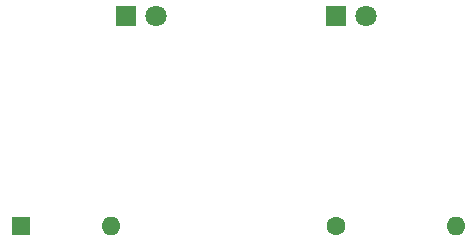
<source format=gbr>
%TF.GenerationSoftware,KiCad,Pcbnew,7.0.7*%
%TF.CreationDate,2023-09-10T14:40:23-07:00*%
%TF.ProjectId,cat-project,6361742d-7072-46f6-9a65-63742e6b6963,rev?*%
%TF.SameCoordinates,Original*%
%TF.FileFunction,Soldermask,Top*%
%TF.FilePolarity,Negative*%
%FSLAX46Y46*%
G04 Gerber Fmt 4.6, Leading zero omitted, Abs format (unit mm)*
G04 Created by KiCad (PCBNEW 7.0.7) date 2023-09-10 14:40:23*
%MOMM*%
%LPD*%
G01*
G04 APERTURE LIST*
%ADD10C,1.600000*%
%ADD11O,1.600000X1.600000*%
%ADD12R,1.800000X1.800000*%
%ADD13C,1.800000*%
%ADD14R,1.600000X1.600000*%
G04 APERTURE END LIST*
D10*
%TO.C,R1*%
X195580000Y-83820000D03*
D11*
X205740000Y-83820000D03*
%TD*%
D12*
%TO.C,D1*%
X195580000Y-66040000D03*
D13*
X198120000Y-66040000D03*
%TD*%
D11*
%TO.C,SW1*%
X176540000Y-83820000D03*
D14*
X168920000Y-83820000D03*
%TD*%
D12*
%TO.C,D2*%
X177800000Y-66040000D03*
D13*
X180340000Y-66040000D03*
%TD*%
M02*

</source>
